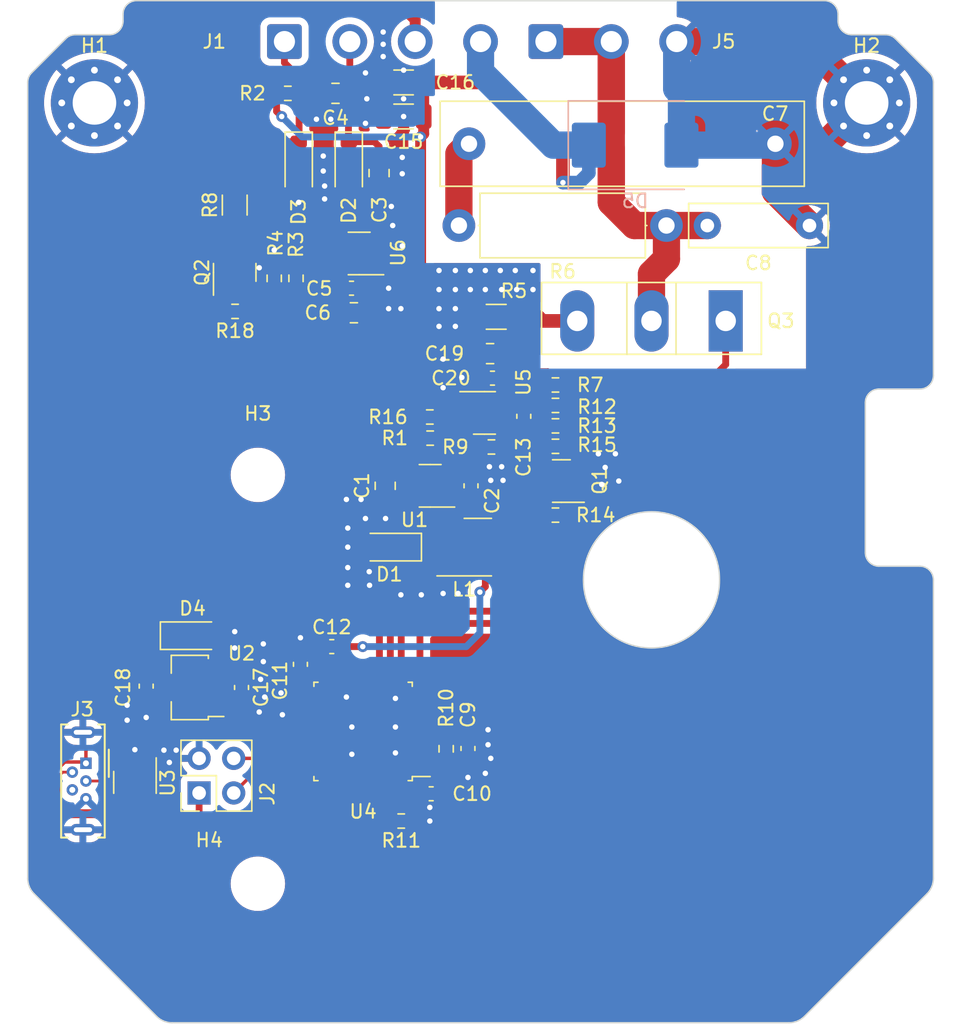
<source format=kicad_pcb>
(kicad_pcb (version 20221018) (generator pcbnew)
  (layers (0 "F.Cu" signal) (31 "B.Cu" signal) (34 "B.Paste" user) (35 "F.Paste" user) (36 "B.SilkS" user "B.Silkscreen") (37 "F.SilkS" user "F.Silkscreen") (38 "B.Mask" user) (39 "F.Mask" user) (44 "Edge.Cuts" user))
  (net 0 "")
  (net 1 "Net-(D1-K)")
  (net 2 "GND")
  (net 3 "Net-(U1-EN)")
  (net 4 "VCC")
  (net 5 "SpeedSignalMinus")
  (net 6 "SpeedSignalPlus")
  (net 7 "Ignition")
  (net 8 "Net-(U4-PG10)")
  (net 9 "+3V3")
  (net 10 "Net-(C13-Pad1)")
  (net 11 "Net-(U5--)")
  (net 12 "/SWCLK")
  (net 13 "/SWDIO")
  (net 14 "VBUS")
  (net 15 "/D-")
  (net 16 "/D+")
  (net 18 "USet")
  (net 19 "Net-(U4-PB8)")
  (net 20 "Net-(Q1-G)")
  (net 21 "Net-(U5-+)")
  (net 22 "/USB_DP")
  (net 23 "/USB_DM")
  (net 27 "Net-(Q1-D)")
  (net 38 "FuelRelay")
  (net 39 "RelayOutput")
  (net 40 "Tacho")
  (net 41 "Net-(C7-Pad2)")
  (net 42 "Net-(Q3-G)")
  (net 43 "Net-(Q3-S)")
  (net 44 "Net-(D4-A)")
  (net 45 "Net-(Q2-G)")
  (net 46 "Net-(Q2-D)")
  (net 47 "Net-(U6--)")
  (net 49 "FETOff")
  (footprint "Package_TO_SOT_SMD:SOT-23-5" (layer "F.Cu") (at 133.6375 102.75)
    (fp_text reference "U5")
    (fp_text value "OPA990")
  )
  (footprint "Capacitor_SMD:C_0603_1608Metric" (layer "F.Cu") (at 120.125 121.2 -90)
    (fp_text reference "C11")
    (fp_text value "100n")
  )
  (footprint "Connector_PinHeader_2.54mm:PinHeader_2x02_P2.54mm_Vertical" (layer "F.Cu") (at 112.685 130.64 90)
    (fp_text reference "J2")
    (fp_text value "SWD")
  )
  (footprint "Package_TO_SOT_SMD:SOT-23-5" (layer "F.Cu") (at 129.65 108.1 180)
    (fp_text reference "U1")
    (fp_text value "~")
  )
  (footprint "Capacitor_SMD:C_0603_1608Metric" (layer "F.Cu") (at 132.65 108.1 90)
    (fp_text reference "C2")
    (fp_text value "22u")
  )
  (footprint "Resistor_SMD:R_0603_1608Metric" (layer "F.Cu") (at 127.525 132.7 180)
    (fp_text reference "R11")
    (fp_text value "100k")
  )
  (footprint "MountingHole:MountingHole_3.5mm" (layer "F.Cu") (at 117 137.3)
    (fp_text reference "H4")
    (fp_text value "MountingHole")
  )
  (footprint "Connector_Wire:SolderWire-0.75sqmm_1x03_P4.8mm_D1.25mm_OD2.3mm" (layer "F.Cu") (at 138.15 75.5)
    (fp_text reference "J5")
    (fp_text value "Conn_01x03")
  )
  (footprint "Capacitor_SMD:C_0805_2012Metric" (layer "F.Cu") (at 125.9 85.15 -90)
    (fp_text reference "C3")
    (fp_text value "4.7u")
  )
  (footprint "Diode_SMD:D_SOD-123" (layer "F.Cu") (at 123.675 84.5 -90)
    (fp_text reference "D2")
    (fp_text value "DZ6V")
  )
  (footprint "Package_TO_SOT_THT:TO-247-3_Vertical" (layer "F.Cu") (at 151.35 96 180)
    (fp_text reference "Q3")
    (fp_text value "MSC090SMA070B")
  )
  (footprint "Package_TO_SOT_SMD:SOT-89-3" (layer "F.Cu") (at 112 122.9 180)
    (fp_text reference "U2")
    (fp_text value "AP2204RA-3.3")
  )
  (footprint "Package_TO_SOT_SMD:SOT-23-6" (layer "F.Cu") (at 107.975 129.8625 -90)
    (fp_text reference "U3")
    (fp_text value "USBLC6-2SC6")
  )
  (footprint "Capacitor_SMD:C_0603_1608Metric" (layer "F.Cu") (at 122.425 119.9)
    (fp_text reference "C12")
    (fp_text value "100n")
  )
  (footprint "Capacitor_SMD:C_1206_3216Metric" (layer "F.Cu") (at 127.7 78.5 180)
    (fp_text reference "C16")
    (fp_text value "4.7u")
  )
  (footprint "Capacitor_SMD:C_0805_2012Metric" (layer "F.Cu") (at 134.05 98.4 180)
    (fp_text reference "C19")
    (fp_text value "4.7u")
  )
  (footprint "Diode_SMD:D_SMF" (layer "F.Cu") (at 126.65 112.6 180)
    (fp_text reference "D1")
    (fp_text value "1A/60V")
  )
  (footprint "Resistor_SMD:R_0603_1608Metric" (layer "F.Cu") (at 138.85 105.2)
    (fp_text reference "R15")
    (fp_text value "0")
  )
  (footprint "Capacitor_SMD:C_0603_1608Metric" (layer "F.Cu") (at 123.875 93.6)
    (fp_text reference "C5")
    (fp_text value "100n")
  )
  (footprint "Capacitor_THT:C_Rect_L10.0mm_W3.0mm_P7.50mm_MKS4" (layer "F.Cu") (at 157.5 89 180)
    (fp_text reference "C8")
    (fp_text value "10n")
  )
  (footprint "Resistor_SMD:R_0603_1608Metric" (layer "F.Cu") (at 118.2 92.875 90)
    (fp_text reference "R4")
    (fp_text value "10k")
  )
  (footprint "MountingHole:MountingHole_3.2mm_M3_Pad_Via" (layer "F.Cu") (at 105 80)
    (fp_text reference "H1")
    (fp_text value "MountingHole_Pad")
  )
  (footprint "Resistor_SMD:R_0603_1608Metric" (layer "F.Cu") (at 138.85 102.2 180)
    (fp_text reference "R12")
    (fp_text value "100k")
  )
  (footprint "MountingHole:MountingHole_3.5mm" (layer "F.Cu") (at 117 107.3)
    (fp_text reference "H3")
    (fp_text value "MountingHole")
  )
  (footprint "Resistor_SMD:R_0603_1608Metric" (layer "F.Cu") (at 129.625 103.05 180)
    (fp_text reference "R16")
    (fp_text value "1k")
  )
  (footprint "Resistor_SMD:R_0603_1608Metric" (layer "F.Cu") (at 129.65 104.6)
    (fp_text reference "R1")
    (fp_text value "1M")
  )
  (footprint "Capacitor_SMD:C_0805_2012Metric" (layer "F.Cu") (at 124.05 95.4)
    (fp_text reference "C6")
    (fp_text value "4.7u")
  )
  (footprint "Resistor_SMD:R_0603_1608Metric" (layer "F.Cu") (at 138.85 103.7 180)
    (fp_text reference "R13")
    (fp_text value "100k")
  )
  (footprint "Connector_USB:USB_Micro-B_Wuerth_614105150721_Vertical" (layer "F.Cu") (at 104.375 128.4625 -90)
    (fp_text reference "J3")
    (fp_text value "USB_B_Micro")
  )
  (footprint "Capacitor_SMD:C_0603_1608Metric" (layer "F.Cu") (at 134.225 100.2 180)
    (fp_text reference "C20")
    (fp_text value "100n")
  )
  (footprint "Resistor_THT:R_Axial_DIN0414_L11.9mm_D4.5mm_P15.24mm_Horizontal" (layer "F.Cu") (at 147 89 180)
    (fp_text reference "R6")
    (fp_text value "3.9")
  )
  (footprint "Diode_SMD:D_SOD-123" (layer "F.Cu") (at 120 84.5 -90)
    (fp_text reference "D3")
    (fp_text value "DZ12V")
  )
  (footprint "Resistor_SMD:R_0603_1608Metric" (layer "F.Cu") (at 119.8 92.875 -90)
    (fp_text reference "R3")
    (fp_text value "40k")
  )
  (footprint "Resistor_SMD:R_0603_1608Metric" (layer "F.Cu") (at 138.85 100.7)
    (fp_text reference "R7")
    (fp_text value "120")
  )
  (footprint "Connector_Wire:SolderWire-0.75sqmm_1x04_P4.8mm_D1.25mm_OD2.3mm" (layer "F.Cu") (at 118.95 75.5)
    (fp_text reference "J1")
    (fp_text value "Conn_01x04")
  )
  (footprint "Diode_SMD:D_SMF" (layer "F.Cu") (at 112.2 119.1)
    (fp_text reference "D4")
    (fp_text value "1A/60V")
  )
  (footprint "Resistor_SMD:R_0603_1608Metric" (layer "F.Cu") (at 130.825 127.4 90)
    (fp_text reference "R10")
    (fp_text value "100k")
  )
  (footprint "Capacitor_SMD:C_0603_1608Metric" (layer "F.Cu") (at 129.725 130.7)
    (fp_text reference "C10")
    (fp_text value "100n")
  )
  (footprint "Package_QFP:LQFP-32_7x7mm_P0.8mm" (layer "F.Cu") (at 124.725 126.125 180)
    (fp_text reference "U4")
    (fp_text value "STM32G431K8Tx")
  )
  (footprint "Resistor_SMD:R_0603_1608Metric" (layer "F.Cu") (at 134.15 105.25)
    (fp_text reference "R9")
    (fp_text value "1k")
  )
  (footprint "Package_TO_SOT_SMD:SOT-23-5" (layer "F.Cu") (at 124.4375 91.05 180)
    (fp_text reference "U6")
    (fp_text value "OPA990")
  )
  (footprint "Resistor_SMD:R_0603_1608Metric" (layer "F.Cu") (at 138.85 110.25)
    (fp_text reference "R14")
    (fp_text value "120")
  )
  (footprint "Capacitor_SMD:C_0603_1608Metric" (layer "F.Cu") (at 108.8 122.8 -90)
    (fp_text reference "C18")
    (fp_text value "1u")
  )
  (footprint "Inductor_SMD_Wurth:L_Wurth_WE-LQSH-4020" (layer "F.Cu") (at 132.15 112.6)
    (fp_text reference "L1")
    (fp_text value "15u")
  )
  (footprint "Capacitor_SMD:C_0805_2012Metric" (layer "F.Cu") (at 122.7 79.3 180)
    (fp_text reference "C4")
    (fp_text value "4.7u")
  )
  (footprint "Capacitor_THT:C_Rect_L26.5mm_W6.0mm_P22.50mm_MKS4" (layer "F.Cu") (at 155 83 180)
    (fp_text reference "C7")
    (fp_text value "150n")
  )
  (footprint "Capacitor_SMD:C_1206_3216Metric" (layer "F.Cu") (at 127.7 81 180)
    (fp_text reference "C15")
    (fp_text value "4.7u")
  )
  (footprint "Resistor_SMD:R_0603_1608Metric" (layer "F.Cu") (at 115.325 95.3 180)
    (fp_text reference "R18")
    (fp_text value "120")
  )
  (footprint "Resistor_SMD:R_0603_1608Metric" (layer "F.Cu") (at 119.2 79.3)
    (fp_text reference "R2")
    (fp_text value "10k")
  )
  (footprint "Capacitor_SMD:C_0603_1608Metric" (layer "F.Cu") (at 132.425 127.375 90)
    (fp_text reference "C9")
    (fp_text value "100n")
  )
  (footprint "MountingHole:MountingHole_3.2mm_M3_Pad_Via" (layer "F.Cu") (at 161.7 80)
    (fp_text reference "H2")
    (fp_text value "MountingHole_Pad")
  )
  (footprint "Capacitor_SMD:C_0603_1608Metric" (layer "F.Cu") (at 115.8 122.9 -90)
    (fp_text reference "C17")
    (fp_text value "2.2u")
  )
  (footprint "Package_TO_SOT_SMD:SOT-23" (layer "F.Cu") (at 115.3 92.4375 90)
    (fp_text reference "Q2")
    (fp_text value "DMN6140L")
  )
  (footprint "Capacitor_SMD:C_0603_1608Metric" (layer "F.Cu") (at 136.525 103 -90)
    (fp_text reference "C13")
    (fp_text value "100p")
  )
  (footprint "Package_TO_SOT_SMD:SOT-23" (layer "F.Cu") (at 139.2875 107.75 180)
    (fp_text reference "Q1")
    (fp_text value "DMN6140L")
  )
  (footprint "Resistor_SMD:R_1206_3216Metric" (layer "F.Cu") (at 115.3 87.5 90)
    (fp_text reference "R8")
    (fp_text value "680")
  )
  (footprint "Capacitor_SMD:C_0805_2012Metric" (layer "F.Cu") (at 126.35 108.1 -90)
    (fp_text reference "C1")
    (fp_text value "4.7u")
  )
  (footprint "Resistor_SMD:R_1206_3216Metric" (layer "F.Cu") (at 134.5 95.7 180)
    (fp_text reference "R5")
    (fp_text value "20m")
  )
  (footprint "Diode_SMD:D_SMC" (layer "B.Cu") (at 144.7 83.1)
    (fp_text reference "D5")
    (fp_text value "D_Zener")
  )
  (gr_arc (start 161.6 102) (mid 161.892893 101.292893) (end 162.6 101) (stroke (width 0.1)) (layer "Edge.Cuts"))
  (gr_line (start 106.1 75) (end 103.6 75) (stroke (width 0.1)) (layer "Edge.Cuts"))
  (gr_line (start 166.6 115) (end 166.6 136.9) (stroke (width 0.1)) (layer "Edge.Cuts"))
  (gr_arc (start 160.6 75) (mid 159.892893 74.707107) (end 159.6 74) (stroke (width 0.1)) (layer "Edge.Cuts"))
  (gr_line (start 100.1 78.5) (end 100.1 136.9) (stroke (width 0.1)) (layer "Edge.Cuts"))
  (gr_line (start 159.6 73.5) (end 159.6 74) (stroke (width 0.1)) (layer "Edge.Cuts"))
  (gr_arc (start 166.6 100) (mid 166.307107 100.707107) (end 165.6 101) (stroke (width 0.1)) (layer "Edge.Cuts"))
  (gr_line (start 102.892893 75.292893) (end 100.392893 77.792893) (stroke (width 0.1)) (layer "Edge.Cuts"))
  (gr_line (start 109.568629 147.031371) (end 100.568629 138.031371) (stroke (width 0.1)) (layer "Edge.Cuts"))
  (gr_arc (start 157.131371 147.031371) (mid 156.612294 147.378207) (end 156 147.5) (stroke (width 0.1)) (layer "Edge.Cuts"))
  (gr_arc (start 166.6 136.9) (mid 166.478207 137.512293) (end 166.131371 138.031371) (stroke (width 0.1)) (layer "Edge.Cuts"))
  (gr_arc (start 107.1 74) (mid 106.807107 74.707107) (end 106.1 75) (stroke (width 0.1)) (layer "Edge.Cuts"))
  (gr_arc (start 165.6 114) (mid 166.307107 114.292893) (end 166.6 115) (stroke (width 0.1)) (layer "Edge.Cuts"))
  (gr_arc (start 158.6 72.5) (mid 159.307107 72.792893) (end 159.6 73.5) (stroke (width 0.1)) (layer "Edge.Cuts"))
  (gr_arc (start 110.7 147.5) (mid 110.087707 147.378207) (end 109.568629 147.031371) (stroke (width 0.1)) (layer "Edge.Cuts"))
  (gr_line (start 160.6 75) (end 163.1 75) (stroke (width 0.1)) (layer "Edge.Cuts"))
  (gr_arc (start 100.1 78.5) (mid 100.17612 78.117316) (end 100.392893 77.792893) (stroke (width 0.1)) (layer "Edge.Cuts"))
  (gr_arc (start 100.568629 138.031371) (mid 100.221793 137.512294) (end 100.1 136.9) (stroke (width 0.1)) (layer "Edge.Cuts"))
  (gr_line (start 162.6 114) (end 165.6 114) (stroke (width 0.1)) (layer "Edge.Cuts"))
  (gr_line (start 108.1 72.5) (end 158.6 72.5) (stroke (width 0.1)) (layer "Edge.Cuts"))
  (gr_arc (start 107.1 73.5) (mid 107.392893 72.792893) (end 108.1 72.5) (stroke (width 0.1)) (layer "Edge.Cuts"))
  (gr_line (start 163.807107 75.292893) (end 166.307107 77.792893) (stroke (width 0.1)) (layer "Edge.Cuts"))
  (gr_arc (start 162.6 114) (mid 161.892893 113.707107) (end 161.6 113) (stroke (width 0.1)) (layer "Edge.Cuts"))
  (gr_line (start 110.7 147.5) (end 156 147.5) (stroke (width 0.1)) (layer "Edge.Cuts"))
  (gr_line (start 107.1 73.5) (end 107.1 74) (stroke (width 0.1)) (layer "Edge.Cuts"))
  (gr_line (start 161.6 102) (end 161.6 113) (stroke (width 0.1)) (layer "Edge.Cuts"))
  (gr_arc (start 163.1 75) (mid 163.482683 75.07612) (end 163.807107 75.292893) (stroke (width 0.1)) (layer "Edge.Cuts"))
  (gr_circle (center 145.9 115) (end 150.9 115) (stroke (width 0.1)) (fill none) (layer "Edge.Cuts"))
  (gr_arc (start 102.892893 75.292893) (mid 103.217316 75.07612) (end 103.6 75) (stroke (width 0.1)) (layer "Edge.Cuts"))
  (gr_arc (start 166.307107 77.792893) (mid 166.52388 78.117316) (end 166.6 78.5) (stroke (width 0.1)) (layer "Edge.Cuts"))
  (gr_line (start 166.6 100) (end 166.6 78.5) (stroke (width 0.1)) (layer "Edge.Cuts"))
  (gr_line (start 157.131371 147.031371) (end 166.131371 138.031371) (stroke (width 0.1)) (layer "Edge.Cuts"))
  (gr_line (start 165.6 101) (end 162.6 101) (stroke (width 0.1)) (layer "Edge.Cuts"))
  (segment (start 128.5125 110.5625) (end 128.5125 109.05) (width 0.25) (layer "F.Cu") (net 1))
  (segment (start 128.1 112.6) (end 130.6 112.6) (width 0.25) (layer "F.Cu") (net 1))
  (segment (start 128.1 112.6) (end 128.1 110.975) (width 0.25) (layer "F.Cu") (net 1))
  (segment (start 128.1 110.975) (end 128.5125 110.5625) (width 0.25) (layer "F.Cu") (net 1))
  (segment (start 128.35 131.825) (end 128.225 131.7) (width 0.25) (layer "F.Cu") (net 2))
  (segment (start 132.5 98.4) (end 133.1 98.4) (width 0.5) (layer "F.Cu") (net 2))
  (segment (start 117.05 92.05) (end 116.65 92.05) (width 0.5) (layer "F.Cu") (net 2))
  (segment (start 127.3 86.1) (end 125.9 86.1) (width 0.5) (layer "F.Cu") (net 2))
  (segment (start 155 86.5) (end 157.5 89) (width 2) (layer "F.Cu") (net 2))
  (segment (start 126.375 109.025) (end 126.35 109.05) (width 0.25) (layer "F.Cu") (net 2))
  (segment (start 121.65 119.9) (end 120.7755 119.9) (width 0.25) (layer "F.Cu") (net 2))
  (segment (start 155 83) (end 158.7 83) (width 2) (layer "F.Cu") (net 2))
  (segment (start 120.925 119.9) (end 121.65 119.9) (width 0.25) (layer "F.Cu") (net 2))
  (segment (start 155 78.475) (end 155 83) (width 2) (layer "F.Cu") (net 2))
  (segment (start 127.6 92.9) (end 127.6 90.5) (width 0.5) (layer "F.Cu") (net 2))
  (segment (start 133.0375 95.7) (end 130.9 95.7) (width 1) (layer "F.Cu") (net 2))
  (segment (start 109 124.4) (end 108.8 124.2) (width 0.25) (layer "F.Cu") (net 2))
  (segment (start 147.75 75.5) (end 149.6 75.5) (width 2) (layer "F.Cu") (net 2))
  (segment (start 130.975 99.05) (end 131.375 98.65) (width 0.5) (layer "F.Cu") (net 2))
  (segment (start 120.125 120.425) (end 120.4 120.425) (width 0.25) (layer "F.Cu") (net 2))
  (segment (start 125.2 111.775) (end 126.35 110.625) (width 0.25) (layer "F.Cu") (net 2))
  (segment (start 115.8 124.3) (end 115.7 124.4) (width 0.25) (layer "F.Cu") (net 2))
  (segment (start 131.95 107.325) (end 132.65 107.325) (width 0.25) (layer "F.Cu") (net 2))
  (segment (start 116.65 92.05) (end 116.25 92.45) (width 0.5) (layer "F.Cu") (net 2))
  (segment (start 117.1 92.1) (end 117.05 92.05) (width 0.5) (layer "F.Cu") (net 2))
  (segment (start 131.375 100.15) (end 131.975 100.15) (width 0.5) (layer "F.Cu") (net 2))
  (segment (start 128.35 132.7) (end 128.35 131.825) (width 0.25) (layer "F.Cu") (net 2))
  (segment (start 127.525 130.3) (end 127.825 130.3) (width 0.25) (layer "F.Cu") (net 2))
  (segment (start 127.6 87.8) (end 127.6 85.8) (width 0.5) (layer "F.Cu") (net 2))
  (segment (start 121.925 120.9) (end 121.925 121.95) (width 0.25) (layer "F.Cu") (net 2))
  (segment (start 107.975 127.469701) (end 107.967299 127.462) (width 0.25) (layer "F.Cu") (net 2))
  (segment (start 128.225 130.7) (end 128.95 130.7) (width 0.25) (layer "F.Cu") (net 2))
  (segment (start 118.2 92.05) (end 117.15 92.05) (width 0.5) (layer "F.Cu") (net 2))
  (segment (start 149.6 75.5) (end 157.2 75.5) (width 2) (layer "F.Cu") (net 2))
  (segment (start 127.6 85.8) (end 127.3 86.1) (width 0.5) (layer "F.Cu") (net 2))
  (segment (start 130.969975 102.030025) (end 130.6 101.66005) (width 0.5) (layer "F.Cu") (net 2))
  (segment (start 127.6 85.2) (end 127.6 85.8) (width 0.5) (layer "F.Cu") (net 2))
  (segment (start 127.825 130.3) (end 128.225 130.7) (width 0.25) (layer "F.Cu") (net 2))
  (segment (start 131.68995 102.75) (end 130.969975 102.030025) (width 0.5) (layer "F.Cu") (net 2))
  (segment (start 155 83) (end 155 86.5) (width 2) (layer "F.Cu") (net 2))
  (segment (start 130.975 100.55) (end 131.375 100.15) (width 0.5) (layer "F.Cu") (net 2))
  (segment (start 157.2 75.5) (end 161.7 80) (width 2) (layer "F.Cu") (net 2))
  (segment (start 133.0375 92.7375) (end 132.6 92.3) (width 1) (layer "F.Cu") (net 2))
  (segment (start 121.95 86.15) (end 123.675 86.15) (width 0.5) (layer "F.Cu") (net 2))
  (segment (start 126.35 110.625) (end 126.35 110.525) (width 0.25) (layer "F.Cu") (net 2))
  (segment (start 126.9 93.6) (end 127.6 92.9) (width 0.5) (layer "F.Cu") (net 2))
  (segment (start 121.65 119.9) (end 121.65 120.625) (width 0.25) (layer "F.Cu") (net 2))
  (segment (start 130.6 98.8) (end 130.975 99.05) (width 0.5) (layer "F.Cu") (net 2))
  (segment (start 133.0375 95.7) (end 133.0375 92.7375) (width 1) (layer "F.Cu") (net 2))
  (segment (start 126.375 110.5) (end 126.35 110.475) (width 0.25) (layer "F.Cu") (net 2))
  (segment (start 131.775 107.5) (end 131.775 107.9) (width 0.25) (layer "F.Cu") (net 2))
  (segment (start 123.675 86.15) (end 125.85 86.15) (width 0.5) (layer "F.Cu") (net 2))
  (segment (start 132.025 100.2) (end 131.975 100.15) (width 0.5) (layer "F.Cu") (net 2))
  (segment (start 128.35 132.7) (end 129.625 132.7) (width 0.25) (layer "F.Cu") (net 2))
  (segment (start 125.575 91.05) (end 126.95 91.05) (width 0.5) (layer "F.Cu") (net 2))
  (segment (start 126.375 108.3) (end 126.375 109.025) (width 0.25) (layer "F.Cu") (net 2))
  (segment (start 130.73995 101.8) (end 130.969975 102.030025) (width 0.5) (layer "F.Cu") (net 2))
  (segment (start 128.8 102.15) (end 129.15 101.8) (width 0.5) (layer "F.Cu") (net 2))
  (segment (start 127.525 131.4) (end 127.525 130.3) (width 0.25) (layer "F.Cu") (net 2))
  (segment (start 121.65 120.625) (end 121.925 120.9) (width 0.25) (layer "F.Cu") (net 2))
  (segment (start 152.025 75.5) (end 155 78.475) (width 2) (layer "F.Cu") (net 2))
  (segment (start 115.7 124.4) (end 113.95 124.4) (width 0.25) (layer "F.Cu") (net 2))
  (segment (start 158.7 83) (end 161.7 80) (width 2) (layer "F.Cu") (net 2))
  (segment (start 126.575 108.1) (end 126.375 108.3) (width 0.25) (layer "F.Cu") (net 2))
  (segment (start 107.975 128.725) (end 107.975 127.469701) (width 0.25) (layer "F.Cu") (net 2))
  (segment (start 113.95 124.4) (end 109 124.4) (width 0.25) (layer "F.Cu") (net 2))
  (segment (start 128.95 130.7) (end 128.95 131.525) (width 0.25) (layer "F.Cu") (net 2))
  (segment (start 132.425 128.15) (end 132.425 129.5) (width 0.25) (layer "F.Cu") (net 2))
  (segment (start 126.6 93.6) (end 126.9 93.6) (width 0.5) (layer "F.Cu") (net 2))
  (segment (start 126.35 110.475) (end 126.35 109.05) (width 0.25) (layer "F.Cu") (net 2))
  (segment (start 129.15 101.8) (end 130.73995 101.8) (width 0.5) (layer "F.Cu") (net 2))
  (segment (start 126.95 91.05) (end 127.6 90.4) (width 0.5) (layer "F.Cu") (net 2))
  (segment (start 130.6 101.66005) (end 130.6 100.9) (width 0.5) (layer "F.Cu") (net 2))
  (segment (start 132.5 102.75) (end 131.68995 102.75) (width 0.5) (layer "F.Cu") (net 2))
  (segment (start 149.6 75.5) (end 152.025 75.5) (width 2) (layer "F.Cu") (net 2))
  (segment (start 121.9 86.1) (end 121.95 86.15) (width 0.5) (layer "F.Cu") (net 2))
  (segment (start 108.8 124.2) (end 108.8 123.575) (width 0.25) (layer "F.Cu") (net 2))
  (segment (start 118.2 92.05) (end 118.2 90.8) (width 0.5) (layer "F.Cu") (net 2))
  (segment (start 131.95 107.325) (end 131.775 107.5) (width 0.25) (layer "F.Cu") (net 2))
  (segment (start 120.7755 119.9) (end 120.125 119.2495) (width 0.25) (layer "F.Cu") (net 2))
  (segment (start 126.575 108.1) (end 130.7875 108.1) (width 0.25) (layer "F.Cu") (net 2))
  (segment (start 127.6 90.1) (end 127.6 87.8) (width 0.5) (layer "F.Cu") (net 2))
  (segment (start 120 86.15) (end 121.85 86.15) (width 0.5) (layer "F.Cu") (net 2))
  (segment (start 127.825 131.7) (end 127.525 131.4) (width 0.25) (layer "F.Cu") (net 2))
  (segment (start 120.125 120.425) (end 120.125 119.2495) (width 0.25) (layer "F.Cu") (net 2))
  (segment (start 131.375 98.65) (end 132.25 98.65) (width 0.5) (layer "F.Cu") (net 2))
  (segment (start 130.975 100.55) (end 130.975 99.05) (width 0.5) (layer "F.Cu") (net 2))
  (segment (start 128.225 131.7) (end 127.825 131.7) (width 0.25) (layer "F.Cu") (net 2))
  (segment (start 115.8 123.675) (end 115.8 124.3) (width 0.25) (layer "F.Cu") (net 2))
  (segment (start 125.85 86.15) (end 125.9 86.1) (width 0.5) (layer "F.Cu") (net 2))
  (segment (start 116.25 92.45) (end 116.25 93.375) (width 0.5) (layer "F.Cu") (net 2))
  (segment (start 117.15 92.05) (end 117.1 92.1) (width 0.5) (layer "F.Cu") (net 2))
  (segment (start 123.525 121.95) (end 123.525 123.575) (width 0.25) (layer "F.Cu") (net 2))
  (segment (start 127.6 90.4) (end 127.6 90.1) (width 0.5) (layer "F.Cu") (net 2))
  (segment (start 125.2 112.6) (end 125.2 111.775) (width 0.25) (layer "F.Cu") (net 2))
  (segment (start 129.125 131.7) (end 129.625 131.7) (width 0.25) (layer "F.Cu") (net 2))
  (segment (start 132.25 98.65) (end 132.5 98.4) (width 0.5) (layer "F.Cu") (net 2))
  (segment (start 130.7875 108.1) (end 131.575 108.1) (width 0.25) (layer "F.Cu") (net 2))
  (segment (start 127.6 90.5) (end 127.6 90.1) (width 0.5) (layer "F.Cu") (net 2))
  (segment (start 127.6 84) (end 127.6 85.2) (width 0.5) (layer "F.Cu") (net 2))
  (segment (start 120.1 87.4) (end 120 87.3) (width 0.5) (layer "F.Cu") (net 2))
  (segment (start 123.525 123.575) (end 123.5 123.6) (width 0.25) (layer "F.Cu") (net 2))
  (segment (start 108.8 123.575) (end 108.8 125.1) (width 0.5) (layer "F.Cu") (net 2))
  (segment (start 120 86.15) (end 120 87.3) (width 0.5) (layer "F.Cu") (net 2))
  (segment (start 128.95 131.525) (end 129.125 131.7) (width 0.25) (layer "F.Cu") (net 2))
  (segment (start 121.85 86.15) (end 121.9 86.1) (width 0.5) (layer "F.Cu") (net 2))
  (segment (start 131.775 107.9) (end 131.575 108.1) (width 0.25) (layer "F.Cu") (net 2))
  (segment (start 126.35 110.525) (end 126.375 110.5) (width 0.25) (layer "F.Cu") (net 2))
  (segment (start 128.8 103.05) (end 128.8 102.15) (width 0.5) (layer "F.Cu") (net 2))
  (via (at 131.5 92.3) (size 0.8) (drill 0.4) (layers "F.Cu" "B.Cu") (net 2))
  (via (at 129.625 131.7) (size 0.8) (drill 0.4) (layers "F.Cu" "B.Cu") (net 2))
  (via (at 130.3 95.1) (size 0.8) (drill 0.4) (layers "F.Cu" "B.Cu") (net 2))
  (via (at 131.5 96.4) (size 0.8) (drill 0.4) (layers "F.Cu" "B.Cu") (net 2))
  (via (at 142.25 108) (size 0.8) (drill 0.4) (layers "F.Cu" "B.Cu") (net 2))
  (via (at 118.7 123.3) (size 0.8) (drill 0.4) (layers "F.Cu" "B.Cu") (net 2))
  (via (at 117.1 92.1) (size 0.8) (drill 0.4) (layers "F.Cu" "B.Cu") (net 2))
  (via (at 127.1 123.7) (size 0.8) (drill 0.4) (layers "F.Cu" "B.Cu") (net 2))
  (via (at 127.6 85.2) (size 0.8) (drill 0.4) (layers "F.Cu" "B.Cu") (net 2))
  (via (at 124.9 77.8) (size 0.8) (drill 0.4) (layers "F.Cu" "B.Cu") (net 2))
  (via (at 111 127.5) (size 0.8) (drill 0.4) (layers "F.Cu" "B.Cu") (net 2))
  (via (at 126.6 93.6) (size 0.8) (drill 0.4) (layers "F.Cu" "B.Cu") (net 2))
  (via (at 126.2 74.8) (size 0.8) (drill 0.4) (layers "F.Cu" "B.Cu") (net 2))
  (via (at 124.575 109.1) (size 0.8) (drill 0.4) (layers "F.Cu" "B.Cu") (net 2))
  (via (at 117.4 121) (size 0.8) (drill 0.4) (layers "F.Cu" "B.Cu") (net 2))
  (via (at 120 87.3) (size 0.8) (drill 0.4) (layers "F.Cu" "B.Cu") (net 2))
  (via (at 126.8 87.6) (size 0.8) (drill 0.4) (layers "F.Cu" "B.Cu") (net 2))
  (via (at 120.125 119.2495) (size 0.8) (drill 0.4) (layers "F.Cu" "B.Cu") (net 2))
  (via (at 143.25 105.75) (size 0.8) (drill 0.4) (layers "F.Cu" "B.Cu") (net 2))
  (via (at 132.6 93.7) (size 0.8) (drill 0.4) (layers "F.Cu" "B.Cu") (net 2))
  (via (at 134.8 92.3) (size 0.8) (drill 0.4) (layers "F.Cu" "B.Cu") (net 2))
  (via (at 135.9 92.3) (size 0.8) (drill 0.4) (layers "F.Cu" "B.Cu") (net 2))
  (via (at 137.2 93.7) (size 0.8) (drill 0.4) (layers "F.Cu" "B.Cu") (net 2))
  (via (at 142 105.75) (size 0.8) (drill 0.4) (layers "F.Cu" "B.Cu") (net 2))
  (via (at 121.3 81.2) (size 0.8) (drill 0.4) (layers "F.Cu" "B.Cu") (net 2))
  (via (at 135 107.7) (size 0.8) (drill 0.4) (layers "F.Cu" "B.Cu") (net 2))
  (via (at 127.6 84) (size 0.8) (drill 0.4) (layers "F.Cu" "B.Cu") (net 2))
  (via (at 130.3 92.3) (size 0.8) (drill 0.4) (layers "F.Cu" "B.Cu") (net 2))
  (via (at 110.5 128.4) (size 0.8) (drill 0.4) (layers "F.Cu" "B.Cu") (net 2))
  (via (at 127.6 90.5) (size 0.8) (drill 0.4) (layers "F.Cu" "B.Cu") (net 2))
  (via (at 121.9 86.1) (size 0.8) (drill 0.4) (layers "F.Cu" "B.Cu") (net 2))
  (via (at 117.5 123.6) (size 0.8) (drill 0.4) (layers "F.Cu" "B.Cu") (net 2))
  (via (at 117.4 119.7) (size 0.8) (drill 0.4) (layers "F.Cu" "B.Cu") (net 2))
  (via (at 125.175 114.4) (size 0.8) (drill 0.4) (layers "F.Cu" "B.Cu") (net 2))
  (via (at 129.625 132.7) (size 0.8) (drill 0.4) (layers "F.Cu" "B.Cu") (net 2))
  (via (at 133.9 127.1) (size 0.8) (drill 0.4) (layers "F.Cu" "B.Cu") (net 2))
  (via (at 126.2 75.7) (size 0.8) (drill 0.4) (layers "F.Cu" "B.Cu") (net 2))
  (via (at 136 93.7) (size 0.8) (drill 0.4) (layers "F.Cu" "B.Cu") (net 2))
  (via (at 110.1 127.5) (size 0.8) (drill 0.4) (layers "F.Cu" "B.Cu") (net 2))
  (via (at 133.7 93.7) (size 0.8) (drill 0.4) (layers "F.Cu" "B.Cu") (net 2))
  (via (at 124.9 110.5) (size 0.8) (drill 0.4) (layers "F.Cu" "B.Cu") (net 2))
  (via (at 123.5 123.6) (size 0.8) (drill 0.4) (layers "F.Cu" "B.Cu") (net 2))
  (via (at 118.2 90.8) (size 0.8) (drill 0.4) (layers "F.Cu" "B.Cu") (net 2))
  (via (at 123.6 115.4) (size 0.8) (drill 0.4) (layers "F.Cu" "B.Cu") (net 2))
  (via (at 143.5 107.75) (size 0.8) (drill 0.4) (layers "F.Cu" "B.Cu") (net 2))
  (via (at 127.7 79.7) (size 0.8) (drill 0.4) (layers "F.Cu" "B.Cu") (net 2))
  (via (at 142.5 106.75) (size 0.8) (drill 0.4) (layers "F.Cu" "B.Cu") (net 2))
  (via (at 126.375 110.5) (size 0.8) (drill 0.4) (layers "F.Cu" "B.Cu") (net 2))
  (via (at 132.425 129.5) (size 0.8) (drill 0.4) (layers "F.Cu" "B.Cu") (net 2))
  (via (at 108.8 125.1) (size 0.8) (drill 0.4) (layers "F.Cu" "B.Cu") (net 2))
  (via (at 130.6 98.8) (size 0.8) (drill 0.4) (layers "F.Cu" "B.Cu") (net 2))
  (via (at 107.4 124.2) (size 0.8) (drill 0.4) (layers "F.Cu" "B.Cu") (net 2))
  (via (at 127.1 125.8) (size 0.8) (drill 0.4) (layers "F.Cu" "B.Cu") (net 2))
  (via (at 130.6 116) (size 0.8) (drill 0.4) (layers "F.Cu" "B.Cu") (net 2))
  (via (at 121.8 85) (size 0.8) (drill 0.4) (layers "F.Cu" "B.Cu") (net 2))
  (via (at 122.35 81.2) (size 0.8) (drill 0.4) (layers "F.Cu" "B.Cu") (net 2))
  (via (at 134.1 128.1) (size 0.8) (drill 0.4) (layers "F.Cu" "B.Cu") (net 2))
  (via (at 127.7 77.6) (size 0.8) (drill 0.4) (layers "F.Cu" "B.Cu") (net 2))
  (via (at 107.4 125.3) (size 0.8) (drill 0.4) (layers "F.Cu" "B.Cu") (net 2))
  (via (at 123.5 109.1) (size 0.8) (drill 0.4) (layers "F.Cu" "B.Cu") (net 2))
  (via (at 131.7 116) (size 0.8) (drill 0.4) (layers "F.Cu" "B.Cu") (net 2))
  (via (at 125 79.7) (size 0.8) (drill 0.4) (layers "F.Cu" "B.Cu") (net 2))
  (via (at 134.1 107.7) (size 0.8) (drill 0.4) (layers "F.Cu" "B.Cu") (net 2))
  (via (at 123.6 114.1) (size 0.8) (drill 0.4) (layers "F.Cu" "B.Cu") (net 2))
  (via (at 127.1 127.7) (size 0.8) (drill 0.4) (layers "F.Cu" "B.Cu") (net 2))
  (via (at 127.5 95.1) (size 0.8) (drill 0.4) (layers "F.Cu" "B.Cu") (net 2))
  (via (at 131.975 100.15) (size 0.8) (drill 0.4) (layers "F.Cu" "B.Cu") (net 2))
  (via (at 118.8 124.9) (size 0.8) (drill 0.4) (layers "F.Cu" "B.Cu") (net 2))
  (via (at 123.9 127.8) (size 0.8) (drill 0.4) (layers "F.Cu" "B.Cu") (net 2))
  (via (at 130.6 100.9) (size 0.8) (drill 0.4) (layers "F.Cu" "B.Cu") (net 2))
  (via (at 134.9 106.7) (size 0.8) (drill 0.4) (layers "F.Cu" "B.Cu") (net 2))
  (via (at 131.5 93.7) (size 0.8) (drill 0.4) (layers "F.Cu" "B.Cu") (net 2))
  (via (at 126.9 89) (size 0.8) (drill 0.4) (layers "F.Cu" "B.Cu") (net 2))
  (via (at 107.967299 127.462) (size 0.8) (drill 0.4) (layers "F.Cu" "B.Cu") (net 2))
  (via (at 126.2 76.6) (size 0.8) (drill 0.4) (layers "F.Cu" "B.Cu") (net 2))
  (via (at 133.7 92.3) (size 0.8) (drill 0.4) (layers "F.Cu" "B.Cu") (net 2))
  (via (at 132.6 92.3) (size 0.8) (drill 0.4) (layers "F.Cu" "B.Cu") (net 2))
  (via (at 121.8 83.9) (size 0.8) (drill 0.4) (layers "F.Cu" "B.Cu") (net 2))
  (via (at 126.6 95.1) (size 0.8) (drill 0.4) (layers "F.Cu" "B.Cu") (net 2))
  (via (at 115.3 120) (size 0.8) (drill 0.4) (layers "F.Cu" "B.Cu") (net 2))
  (via (at 130.3 96.4) (size 0.8) (drill 0.4) (layers "F.Cu" "B.Cu") (net 2))
  (via (at 133.7 129.2) (size 0.8) (drill 0.4) (layers "F.Cu" "B.Cu") (net 2))
  (via (at 117.2 122.3) (size 0.8) (drill 0.4) (layers "F.Cu" "B.Cu") (net 2))
  (via (at 134 106.7) (size 0.8) (drill 0.4) (layers "F.Cu" "B.Cu") (net 2))
  (via (at 123.9 125.8) (size 0.8) (drill 0.4) (layers "F.Cu" "B.Cu") (net 2))
  (via (at 121.9 87.05) (size 0.8) (drill 0.4) (layers "F.Cu" "B.Cu") (net 2))
  (via (at 123.6 112.6) (size 0.8) (drill 0.4) (layers "F.Cu" "B.Cu") (net 2))
  (via (at 127.7 81) (size 0.8) (drill 0.4) (layers "F.Cu" "B.Cu") (net 2))
  (via (at 115.3 118.8) (size 0.8) (drill 0.4) (layers "F.Cu" "B.Cu") (net 2))
  (via (at 131.5 95.1) (size 0.8) (drill 0.4) (layers "F.Cu" "B.Cu") (net 2))
  (via (at 129 116.1) (size 0.8) (drill 0.4) (layers "F.Cu" "B.Cu") (net 2))
  (via (at 130.3 93.7) (size 0.8) (drill 0.4) (layers "F.Cu" "B.Cu") (net 2))
  (via (at 133.9 126) (size 0.8) (drill 0.4) (layers "F.Cu" "B.Cu") (net 2))
  (via (at 124.9 81.5) (size 0.8) (drill 0.4) (layers "F.Cu" "B.Cu") (net 2))
  (via (at 134.9 93.7) (size 0.8) (drill 0.4) (layers "F.Cu" "B.Cu") (net 2))
  (via (at 137.2 92.3) (size 0.8) (drill 0.4) (layers "F.Cu" "B.Cu") (net 2))
  (via (at 125.2 115.4) (size 0.8) (drill 0.4) (layers "F.Cu" "B.Cu") (net 2))
  (via (at 117.1 124.7) (size 0.8) (drill 0.4) (layers "F.Cu" "B.Cu") (net 2))
  (via (at 127.5 116.1) (size 0.8) (drill 0.4) (layers "F.Cu" "B.Cu") (net 2))
  (via (at 123.6 111.2) (size 0.8) (drill 0.4) (layers "F.Cu" "B.Cu") (net 2))
  (segment (start 154.9 83.1) (end 155 83) (width 2) (layer "B.Cu") (net 2))
  (segment (start 148.1 79.3) (end 147.75 78.95) (width 2) (layer "B.Cu") (net 2))
  (segment (start 147.75 78.95) (end 147.75 75.5) (width 2) (layer "B.Cu") (net 2))
  (segment (start 148.1 83.1) (end 154.9 83.1) (width 2) (layer "B.Cu") (net 2))
  (segment (start 148.1 83.1) (end 148.1 79.3) (width 2) (layer "B.Cu") (net 2))
  (segment (start 130.7875 106.0125) (end 130.7875 107.15) (width 0.25) (layer "F.Cu") (net 3))
  (segment (start 130.475 104.6) (end 130.475 105.7) (width 0.25) (layer "F.Cu") (net 3))
  (segment (start 130.475 105.7) (end 130.7875 106.0125) (width 0.25) (layer "F.Cu") (net 3))
  (segment (start 118.375 80.625) (end 118.75 81) (width 0.5) (layer "F.Cu") (net 4))
  (segment (start 123.1 96.5) (end 123.5 96.9) (width 0.5) (layer "F.Cu") (net 4))
  (segment (start 134.1 78.5) (end 139.4 83.8) (width 1) (layer "F.Cu") (net 4))
  (segment (start 129.175 81) (end 129.175 82.275) (width 0.8) (layer "F.Cu") (net 4))
  (segment (start 131.85 97.55) (end 132.2 97.2) (width 0.5) (layer "F.Cu") (net 4))
  (segment (start 128.825 104.6) (end 128.825 105.85) (width 0.25) (layer "F.Cu") (net 4))
  (segment (start 123.1 92.9) (end 123.3 92.7) (width 0.5) (layer "F.Cu") (net 4))
  (segment (start 128.875 104.55) (end 128.825 104.6) (width 0.8) (layer "F.Cu") (net 4))
  (segment (start 128.95 96.9) (end 129.6 97.55) (width 0.5) (layer "F.Cu") (net 4))
  (segment (start 118.375 79.3) (end 118.375 80.625) (width 0.5) (layer "F.Cu") (net 4))
  (segment (start 128.95 95.8) (end 128.95 82.5) (width 0.8) (layer "F.Cu") (net 4))
  (segment (start 135 101) (end 135 100.2) (width 0.5) (layer "F.Cu") (net 4))
  (segment (start 134.775 101.8) (end 134.775 101.225) (width 0.5) (layer "F.Cu") (net 4))
  (segment (start 127.85 96.9) (end 128.95 95.8) (width 0.5) (layer "F.Cu") (net 4))
  (segment (start 134.775 101.225) (end 135 101) (width 0.5) (layer "F.Cu") (net 4))
  (segment (start 123.3 92.7) (end 123.3 92) (width 0.5) (layer "F.Cu") (net 4))
  (segment (start 129.175 78.5) (end 129.175 81) (width 0.8) (layer "F.Cu") (net 4))
  (segment (start 123.1 95.4) (end 123.1 96.5) (width 0.5) (layer "F.Cu") (net 4))
  (segment (start 129.175 78.5) (end 134.1 78.5) (width 1) (layer "F.Cu") (net 4))
  (segment (start 134.7 97.2) (end 135 97.5) (width 0.5) (layer "F.Cu") (net 4))
  (segment (start 123.5 96.9) (end 127.85 96.9) (width 0.5) (layer "F.Cu") (net 4))
  (segment (start 128.95 96.9) (end 128.95 95.8) (width 0.8) (layer "F.Cu") (net 4))
  (segment (start 123.1 93.6) (end 123.1 95.4) (width 0.5) (layer "F.Cu") (net 4))
  (segment (start 128.5125 106.1625) (end 128.5125 107.15) (width 0.25) (layer "F.Cu") (net 4))
  (segment (start 123.1 93.6) (end 123.1 92.9) (width 0.5) (layer "F.Cu") (net 4))
  (segment (start 135 98.4) (end 135 100.2) (width 0.5) (layer "F.Cu") (net 4))
  (segment (start 139.4 83.8) (end 139.4 85.85) (width 1) (layer "F.Cu") (net 4))
  (segment (start 132.2 97.2) (end 134.7 97.2) (width 0.5) (layer "F.Cu") (net 4))
  (segment (start 128.5125 107.15) (end 126.35 107.15) (width 0.25) (layer "F.Cu") (net 4))
  (segment (start 129.6 97.55) (end 131.85 97.55) (width 0.5) (layer "F.Cu") (net 4))
  (segment (start 128.825 105.85) (end 128.5125 106.1625) (width 0.25) (layer "F.Cu") (net 4))
  (segment (start 129.175 82.275) (end 128.95 82.5) (width 0.8) (layer "F.Cu") (net 4))
  (segment (start 135 97.5) (end 135 98.4) (width 0.5) (layer "F.Cu") (net 4))
  (via (at 118.75 81) (size 0.8) (drill 0.4) (layers "F.Cu" "B.Cu") (net 4))
  (via (at 128.95 82.5) (size 0.8) (drill 0.4) (layers "F.Cu" "B.Cu") (net 4))
  (via (at 139.4 85.85) (size 0.8) (drill 0.4) (layers "F.Cu" "B.Cu") (net 4))
  (segment (start 141.3 85.15) (end 140.6 85.85) (width 1) (layer "B.Cu") (net 4))
  (segment (start 141.3 83.1) (end 141.3 85.15) (width 1) (layer "B.Cu") (net 4))
  (segment (start 133.35 77.75) (end 133.35 75.5) (width 2) (layer "B.Cu") (net 4))
  (segment (start 120.25 82.5) (end 128.95 82.5) (width 0.5) (layer "B.Cu") (net 4))
  (segment (start 138.7 83.1) (end 133.35 77.75) (width 2) (layer "B.Cu") (net 4))
  (segment (start 140.6 85.85) (end 139.4 85.85) (width 1) (layer "B.Cu") (net 4))
  (segment (start 118.75 81) (end 120.25 82.5) (width 0.5) (layer "B.Cu") (net 4))
  (segment (start 141.3 83.1) (end 138.7 83.1) (width 2) (layer "B.Cu") (net 4))
  (segment (start 123.75 75.5) (end 123.75 77.85) (width 0.5) (layer "F.Cu") (net 5))
  (segment (start 123.65 79.3) (end 123.65 77.95) (width 0.5) (layer "F.Cu") (net 5))
  (segment (start 125.55 82.85) (end 125.9 83.2) (width 0.5) (layer "F.Cu") (net 5))
  (segment (start 123.65 79.3) (end 123.65 82.825) (width 0.5) (layer "F.Cu") (net 5))
  (segment (start 125.9 83.2) (end 125.9 84.2) (width 0.5) (layer "F.Cu") (net 5))
  (segment (start 123.65 82.825) (end 123.675 82.85) (width 0.5) (layer "F.Cu") (net 5))
  (segment (start 123.65 77.95) (end 123.75 77.85) (width 0.5) (layer "F.Cu") (net 5))
  (segment (start 123.675 82.85) (end 125.55 82.85) (width 0.5) (layer "F.Cu") (net 5))
  (segment (start 120.025 79.3) (end 121.75 79.3) (width 0.5) (layer "F.Cu") (net 6))
  (segment (start 125.2 88.3) (end 125.575 88.675) (width 0.5) (layer "F.Cu") (net 6))
  (segment (start 120.025 79.3) (end 120.025 82.825) (width 0.5) (layer "F.Cu") (net 6))
  (segment (start 119.3 88.2) (end 119.4 88.3) (width 0.5) (layer "F.Cu") (net 6))
  (segment (start 118.2 83.3) (end 118.65 82.85) (width 0.5) (layer "F.Cu") (net 6))
  (segment (start 118.95 75.5) (end 118.95 77.05) (width 0.5) (layer "F.Cu") (net 6))
  (segment (start 119.3 88.2) (end 118.2 87.1) (width 0.5) (layer "F.Cu") (net 6))
  (segment (start 118.2 87.1) (end 118.2 83.3) (width 0.5) (layer "F.Cu") (net 6))
  (segment (start 118.65 82.85) (end 120 82.85) (width 0.5) (layer "F.Cu") (net 6))
  (segment (start 120.025 78.125) (end 120.025 79.3) (width 0.5) (layer "F.Cu") (net 6))
  (segment (start 120.025 82.825) (end 120 82.85) (width 0.5) (layer "F.Cu") (net 6))
  (segment (start 118.95 77.05) (end 120.025 78.125) (width 0.5) (layer "F.Cu") (net 6))
  (segment (start 119.4 88.3) (end 125.2 88.3) (width 0.5) (layer "F.Cu") (net 6))
  (segment (start 125.575 88.675) (end 125.575 90.1) (width 0.5) (layer "F.Cu") (net 6))
  (segment (start 147 89) (end 150 89) (width 2) (layer "F.Cu") (net 7))
  (segment (start 142.95 87.3) (end 144.65 89) (width 2) (layer "F.Cu") (net 7))
  (segment (start 147 91.45) (end 145.9 92.55) (width 2) (layer "F.Cu") (net 7))
  (segment (start 144.65 89) (end 147 89) (width 2) (layer "F.Cu") (net 7))
  (segment (start 138.15 75.5) (end 142.95 75.5) (width 2) (layer "F.Cu") (net 7))
  (segment (start 142.95 83.35) (end 142.95 87.3) (width 2) (layer "F.Cu") (net 7))
  (segment (start 145.9 95) (end 145.9 92.55) (width 2) (layer "F.Cu") (net 7))
  (segment (start 147 89) (end 147 91.45) (width 2) (layer "F.Cu") (net 7))
  (segment (start 142.95 75.5) (end 142.95 82.15) (width 2) (layer "F.Cu") (net 7))
  (segment (start 142.95 75.5) (end 142.95 87.3) (width 2) (layer "F.Cu") (net 7))
  (segment (start 132.4 126.575) (end 132.425 126.6) (width 0.25) (layer "F.Cu") (net 8))
  (segment (start 130.825 126.575) (end 132.4 126.575) (width 0.25) (layer "F.Cu") (net 8))
  (segment (start 128.9 126.525) (end 130.775 126.525) (width 0.25) (layer "F.Cu") (net 8))
  (segment (start 130.775 126.525) (end 130.825 126.575) (width 0.25) (layer "F.Cu") (net 8))
  (segment (start 122.725 121.95) (end 122.725 122.9) (width 0.25) (layer "F.Cu") (net 9))
  (segment (start 111.2 117.5) (end 110.75 117.95) (width 0.5) (layer "F.Cu") (net 9))
  (segment (start 132.65 108.875) (end 131.9 108.875) (width 0.25) (layer "F.Cu") (net 9))
  (segment (start 120.125 122.6) (end 120.125 121.975) (width 0.25) (layer "F.Cu") (net 9))
  (segment (start 122.725 133.1) (end 123.625 134) (width 0.5) (layer "F.Cu") (net 9))
  (segment (start 130.825 128.225) (end 130.825 128.7) (width 0.25) (layer "F.Cu") (net 9))
  (segment (start 130.5 129.025) (end 130.6 128.925) (width 0.25) (layer "F.Cu") (net 9))
  (segment (start 110.75 117.95) (end 110.75 119.1) (width 0.5) (layer "F.Cu") (net 9))
  (segment (start 122.725 121.95) (end 122.725 121) (width 0.25) (layer "F.Cu") (net 9))
  (segment (start 130.6 128.925) (end 128.9 128.925) (width 0.25) (layer "F.Cu") (net 9))
  (segment (start 133.7 112.6) (end 133.7 115.5) (width 0.5) (layer "F.Cu") (net 9))
  (segment (start 120.55 123.025) (end 120.125 122.6) (width 0.25) (layer "F.Cu") (net 9))
  (segment (start 112.685 130.64) (end 112.685 132.36) (width 0.5) (layer "F.Cu") (net 9))
  (segment (start 123.2 119.9) (end 123.2 118.725) (width 0.5) (layer "F.Cu") (net 9))
  (segment (start 118.425 118.4) (end 117 118.4) (width 0.5) (layer "F.Cu") (net 9))
  (segment (start 132.65 109.475) (end 133.7 110.525) (width 0.25) (layer "F.Cu") (net 9))
  (segment (start 118.425 118.4) (end 122.875 118.4) (width 0.5) (layer "F.Cu") (net 9))
  (segment (start 112.685 132.36) (end 113.425 133.1) (width 0.5) (layer "F.Cu") (net 9))
  (segment (start 118.725 118.7) (end 118.425 118.4) (width 0.5) (layer "F.Cu") (net 9))
  (segment (start 122.875 118.4) (end 123.2 118.725) (width 0.5) (layer "F.Cu") (net 9))
  (segment (start 131.9 108.875) (end 131.725 109.05) (width 0.25) (layer "F.Cu") (net 9))
  (segment (start 113.425 133.1) (end 122.725 133.1) (width 0.5) (layer "F.Cu") (net 9))
  (segment (start 122.725 128.3) (end 122.725 122.9) (width 0.25) (layer "F.Cu") (net 9))
  (segment (start 123.35 128.925) (end 122.725 128.3) (width 0.25) (layer "F.Cu") (net 9))
  (segment (start 123.2 119.9) (end 124.7 119.9) (width 0.5) (layer "F.Cu") (net 9))
  (segment (start 130.525 130.725) (end 130.5 130.7) (width 0.5) (layer "F.Cu") (net 9))
  (segment (start 116.4 117.8) (end 116.1 117.5) (width 0.5) (layer "F.Cu") (net 9))
  (segment (start 123.2 120.525) (end 123.2 119.9) (width 0.25) (layer "F.Cu") (net 9))
  (segment (start 130.525 133.6) (end 130.525 130.725) (width 0.5) (layer "F.Cu") (net 9))
  (segment (start 122.725 122.9) (end 122.3 123.325) (width 0.25) (layer "F.Cu") (net 9))
  (segment (start 130.5 130.7) (end 130.5 129.025) (width 0.25) (layer "F.Cu") (net 9))
  (segment (start 130.825 128.7) (end 130.6 128.925) (width 0.25) (layer "F.Cu") (net 9))
  (segment (start 133.7 110.525) (end 133.7 112.6) (width 0.25) (layer "F.Cu") (net 9))
  (segment (start 122.725 121) (end 123.2 120.525) (width 0.25) (layer "F.Cu") (net 9))
  (segment (start 116.1 117.5) (end 111.2 117.5) (width 0.5) (layer "F.Cu") (net 9))
  (segment (start 117 118.4) (end 116.4 117.8) (width 0.5) (layer "F.Cu") (net 9))
  (segment (start 131.725 109.05) (end 130.7875 109.05) (width 0.25) (layer "F.Cu") (net 9))
  (segment (start 118.725 121.8) (end 118.725 118.7) (width 0.5) (layer "F.Cu") (net 9))
  (segment (start 118.9 121.975) (end 118.725 121.8) (width 0.5) (layer "F.Cu") (net 9))
  (segment (start 132.65 108.875) (end 132.65 109.475) (width 0.25) (layer "F.Cu") (net 9))
  (segment (start 133.7 115.5) (end 133.3 115.9) (width 0.5) (layer "F.Cu") (net 9))
  (segment (start 128.9 128.925) (end 123.35 128.925) (width 0.25) (layer "F.Cu") (net 9))
  (segment (start 123.625 134) (end 130.125 134) (width 0.5) (layer "F.Cu") (net 9))
  (segment (start 130.125 134) (end 130.525 133.6) (width 0.5) (layer "F.Cu") (net 9))
  (segment (start 122.3 123.325) (end 120.55 123.325) (width 0.25) (layer "F.Cu") (net 9))
  (segment (start 120.55 123.325) (end 120.55 123.025) (width 0.25) (layer "F.Cu") (net 9))
  (segment (start 120.125 121.975) (end 118.9 121.975) (width 0.5) (layer "F.Cu") (net 9))
  (via (at 124.7 119.9) (size 0.8) (drill 0.4) (layers "F.Cu" "B.Cu") (net 9))
  (via (at 133.3 115.9) (size 0.8) (drill 0.4) (layers "F.Cu" "B.Cu") (net 9))
  (segment (start 133.3 118.9) (end 133.3 115.9) (width 0.5) (layer "B.Cu") (net 9))
  (segment (start 132.3 119.9) (end 133.3 118.9) (width 0.5) (layer "B.Cu") (net 9))
  (segment (start 124.7 119.9) (end 132.3 119.9) (width 0.5) (layer "B.Cu") (net 9))
  (segment (start 136.525 102.225) (end 135.9 102.225) (width 0.25) (layer "F.Cu") (net 10))
  (segment (start 135.9 102.225) (end 135.625 102.5) (width 0.25) (layer "F.Cu") (net 10))
  (segment (start 135.625 102.5) (end 134.025 102.5) (width 0.25) (layer "F.Cu") (net 10))
  (segment (start 136.55 102.2) (end 136.525 102.225) (width 0.25) (layer "F.Cu") (net 10))
  (segment (start 134.025 102.5) (end 133.325 101.8) (width 0.25) (layer "F.Cu") (net 10))
  (segment (start 138.025 102.2) (end 136.55 102.2) (width 0.25) (layer "F.Cu") (net 10))
  (segment (start 138.025 100.7) (end 138.025 102.2) (width 0.25) (layer "F.Cu") (net 10))
  (segment (start 133.325 101.8) (end 132.5 101.8) (width 0.25) (layer "F.Cu") (net 10))
  (segment (start 135.9 103.775) (end 135.825 103.7) (width 0.25) (layer "F.Cu") (net 11))
  (segment (start 136.525 103.775) (end 135.9 103.775) (width 0.25) (layer "F.Cu") (net 11))
  (segment (start 134.775 103.7) (end 135.825 103.7) (width 0.25) (layer "F.Cu") (net 11))
  (segment (start 137.15 103.775) (end 137.225 103.7) (width 0.25) (layer "F.Cu") (net 11))
  (segment (start 136.525 103.775) (end 137.15 103.775) (width 0.25) (layer "F.Cu") (net 11))
  (segment (start 138.025 103.7) (end 137.225 103.7) (width 0.25) (layer "F.Cu") (net 11))
  (segment (start 120.55 128.925) (end 116.94 128.925) (width 0.25) (layer "F.Cu") (net 12))
  (segment (start 116.94 128.925) (end 115.225 130.64) (width 0.25) (layer "F.Cu") (net 12))
  (segment (start 120.525 128.1) (end 120.55 128.125) (width 0.25) (layer "F.Cu") (net 13))
  (segment (start 115.225 128.1) (end 120.525 128.1) (width 0.25) (layer "F.Cu") (net 13))
  (segment (start 102.67896 132.3625) (end 101.955 131.63854) (width 0.25) (layer "F.Cu") (net 14))
  (segment (start 108.825 122) (end 108.8 122.025) (width 0.25) (layer "F.Cu") (net 14))
  (segment (start 109.7 122) (end 108.825 122) (width 0.25) (layer "F.Cu") (net 14))
  (segment (start 106.355 122.945) (end 106.355 127.0375) (width 0.25) (layer "F.Cu") (net 14))
  (segment (start 101.955 129.23646) (end 102.82396 128.3675) (width 0.25) (layer "F.Cu") (net 14))
  (segment (start 107.975 131) (end 107.975 132.0175) (width 0.25) (layer "F.Cu") (net 14))
  (segment (start 102.82396 128.3675) (end 104.28 128.3675) (width 0.25) (layer "F.Cu") (net 14))
  (segment (start 108.8 122.025) (end 107.275 122.025) (width 0.25) (layer "F.Cu") (net 14))
  (segment (start 107.63 132.3625) (end 102.67896 132.3625) (width 0.25) (layer "F.Cu") (net 14))
  (segment (start 104.555 127.3375) (end 104.375 127.5175) (width 0.25) (layer "F.Cu") (net 14))
  (segment (start 113.8625 122.9) (end 112.2 122.9) (width 0.25) (layer "F.Cu") (net 14))
  (segment (start 107.275 122.025) (end 106.355 122.945) (width 0.25) (layer "F.Cu") (net 14))
  (segment (start 106.355 127.0375) (end 106.055 127.3375) (width 0.25) (layer "F.Cu") (net 14))
  (segment (start 106.055 127.3375) (end 104.555 127.3375) (width 0.25) (layer "F.Cu") (net 14))
  (segment (start 101.955 131.63854) (end 101.955 129.23646) (width 0.25) (layer "F.Cu") (net 14))
  (segment (start 107.975 132.0175) (end 107.63 132.3625) (width 0.25) (layer "F.Cu") (net 14))
  (segment (start 112.2 122.9) (end 111.1 121.8) (width 0.25) (layer "F.Cu") (net 14))
  (segment (start 109.9 121.8) (end 109.7 122) (width 0.25) (layer "F.Cu") (net 14))
  (segment (start 111.1 121.8) (end 109.9 121.8) (width 0.25) (layer "F.Cu") (net 14))
  (segment (start 104.28 128.3675) (end 104.375 128.4625) (width 0.25) (layer "F.Cu") (net 14))
  (segment (start 104.375 127.5175) (end 104.375 128.4625) (width 0.25) (layer "F.Cu") (net 14))
  (segment (start 102.455 131.5375) (end 102.455 129.3375) (width 0.2) (layer "F.Cu") (net 15))
  (segment (start 102.68 129.1125) (end 103.375 129.1125) (width 0.2) (layer "F.Cu") (net 15))
  (segment (start 102.455 129.3375) (end 102.68 129.1125) (width 0.2) (layer "F.Cu") (net 15))
  (segment (start 107.025 131) (end 106.1925 131) (width 0.2) (layer "F.Cu") (net 15))
  (segment (start 102.855 131.9375) (end 102.455 131.5375) (width 0.2) (layer "F.Cu") (net 15))
  (segment (start 106.1925 131) (end 105.255 131.9375) (width 0.2) (layer "F.Cu") (net 15))
  (segment (start 105.255 131.9375) (end 102.855 131.9375) (width 0.2) (layer "F.Cu") (net 15))
  (segment (start 108.925 131) (end 108.925 130.0075) (width 0.2) (layer "F.Cu") (net 16))
  (segment (start 108.68 129.7625) (end 104.375 129.7625) (width 0.2) (layer "F.Cu") (net 16))
  (segment (start 108.925 130.0075) (end 108.68 129.7625) (width 0.2) (layer "F.Cu") (net 16))
  (segment (start 127.525 121.95) (end 127.525 117.775) (width 0.5) (layer "F.Cu") (net 18))
  (segment (start 127.525 117.775) (end 128 117.3) (width 0.5) (layer "F.Cu") (net 18))
  (segment (start 135 117.3) (end 136.2 116.1) (width 0.5) (layer "F.Cu") (net 18))
  (segment (start 134.975 105.25) (end 135.95 105.25) (width 0.5) (layer "F.Cu") (net 18))
  (segment (start 136.2 116.1) (end 136.2 105.5) (width 0.5) (layer "F.Cu") (net 18))
  (segment (start 128 117.3) (end 135 117.3) (width 0.5) (layer "F.Cu") (net 18))
  (segment (start 135.95 105.25) (end 136.2 105.5) (width 0.5) (layer "F.Cu") (net 18))
  (segment (start 126.725 130.3) (end 126.725 132.675) (width 0.25) (layer "F.Cu") (net 19))
  (segment (start 126.725 132.675) (end 126.7 132.7) (width 0.25) (layer "F.Cu") (net 19))
  (segment (start 139.675 110.25) (end 139.675 109.725) (width 0.5) (layer "F.Cu") (net 20))
  (segment (start 140.225 109.175) (end 140.225 108.7) (width 0.5) (layer "F.Cu") (net 20))
  (segment (start 139.675 109.725) (end 140.225 109.175) (width 0.5) (layer "F.Cu") (net 20))
  (segment (start 131 103.05) (end 131.65 103.7) (width 0.5) (layer "F.Cu") (net 21))
  (segment (start 131.65 103.7) (end 132.5 103.7) (width 0.5) (layer "F.Cu") (net 21))
  (segment (start 133.325 105.25) (end 132.65 105.25) (width 0.25) (layer "F.Cu") (net 21))
  (segment (start 130.45 103.05) (end 131 103.05) (width 0.5) (layer "F.Cu") (net 21))
  (segment (start 132.5 105.1) (end 132.5 103.7) (width 0.25) (layer "F.Cu") (net 21))
  (segment (start 132.65 105.25) (end 132.5 105.1) (width 0.25) (layer "F.Cu") (net 21))
  (segment (start 109.625 126.3) (end 117.925 126.3) (width 0.25) (layer "F.Cu") (net 22))
  (segment (start 117.925 126.3) (end 118.95 127.325) (width 0.25) (layer "F.Cu") (net 22))
  (segment (start 108.925 128.725) (end 108.925 127) (width 0.25) (layer "F.Cu") (net 22))
  (segment (start 118.95 127.325) (end 120.55 127.325) (width 0.25) (layer "F.Cu") (net 22))
  (segment (start 108.925 127) (end 109.625 126.3) (width 0.25) (layer "F.Cu") (net 22))
  (segment (start 107.025 128.725) (end 107.025 127.175) (width 0.25) (layer "F.Cu") (net 23))
  (segment (start 118.111396 125.85) (end 118.280698 126.019302) (width 0.25) (layer "F.Cu") (net 23))
  (segment (start 120.55 126.525) (end 118.786396 126.525) (width 0.25) (layer "F.Cu") (net 23))
  (segment (start 108.35 125.85) (end 118.111396 125.85) (width 0.25) (layer "F.Cu") (net 23))
  (segment (start 118.786396 126.525) (end 118.280698 126.019302) (width 0.25) (layer "F.Cu") (net 23))
  (segment (start 107.025 127.175) (end 108.35 125.85) (width 0.25) (layer "F.Cu") (net 23))
  (segment (start 138.025 106.375) (end 138.35 106.7) (width 0.5) (layer "F.Cu") (net 27))
  (segment (start 138.025 105.2) (end 138.025 106.375) (width 0.5) (layer "F.Cu") (net 27))
  (segment (start 138.35 106.7) (end 138.35 107.75) (width 0.5) (layer "F.Cu") (net 27))
  (segment (start 128.55 73.9) (end 128.55 75.5) (width 0.8) (layer "F.Cu") (net 38))
  (segment (start 115.3 86.0375) (end 115.3 74.55) (width 0.8) (layer "F.Cu") (net 38))
  (segment (start 116.8 73.05) (end 127.7 73.05) (width 0.8) (layer "F.Cu") (net 38))
  (segment (start 127.7 73.05) (end 128.55 73.9) (width 0.8) (layer "F.Cu") (net 38))
  (segment (start 115.3 74.55) (end 116.8 73.05) (width 0.8) (layer "F.Cu") (net 38))
  (segment (start 118.6 96.1) (end 118.6 102.8) (width 0.5) (layer "F.Cu") (net 39))
  (segment (start 117.8 95.3) (end 118.6 96.1) (width 0.5) (layer "F.Cu") (net 39))
  (segment (start 121.2 105.4) (end 121.2 116.4) (width 0.5) (layer "F.Cu") (net 39))
  (segment (start 125.925 118.025) (end 125.925 121.95) (width 0.5) (layer "F.Cu") (net 39))
  (segment (start 125.5 117.6) (end 125.925 118.025) (width 0.5) (layer "F.Cu") (net 39))
  (segment (start 122.4 117.6) (end 125.5 117.6) (width 0.5) (layer "F.Cu") (net 39))
  (segment (start 121.2 116.4) (end 122.4 117.6) (width 0.5) (layer "F.Cu") (net 39))
  (segment (start 118.6 102.8) (end 121.2 105.4) (width 0.5) (layer "F.Cu") (net 39))
  (segment (start 116.15 95.3) (end 117.8 95.3) (width 0.5) (layer "F.Cu") (net 39))
  (segment (start 122.2 115.9) (end 123 116.7) (width 0.5) (layer "F.Cu") (net 40))
  (segment (start 121.7 104.6) (end 122.2 105.1) (width 0.5) (layer "F.Cu") (net 40))
  (segment (start 118.2 93.7) (end 119.8 93.7) (width 0.5) (layer "F.Cu") (net 40))
  (segment (start 119.8 93.7) (end 119.8 98.8) (width 0.5) (layer "F.Cu") (net 40))
  (segment (start 123 116.7) (end 126 116.7) (width 0.5) (layer "F.Cu") (net 40))
  (segment (start 122.2 105.1) (end 122.2 110.6) (width 0.5) (layer "F.Cu") (net 40))
  (segment (start 122.2 110.6) (end 122.2 115.9) (width 0.5) (layer "F.Cu") (net 40))
  (segment (start 119.8 98.8) (end 119.8 102.7) (width 0.5) (layer "F.Cu") (net 40))
  (segment (start 126.725 121.95) (end 126.725 117.425) (width 0.5) (layer "F.Cu") (net 40))
  (segment (start 119.8 102.7) (end 121.7 104.6) (width 0.5) (layer "F.Cu") (net 40))
  (segment (start 126.725 117.425) (end 126 116.7) (width 0.5) (layer "F.Cu") (net 40))
  (segment (start 131.76 89) (end 131.76 83.74) (width 2) (layer "F.Cu") (net 41))
  (segment (start 131.76 83.74) (end 132.5 83) (width 2) (layer "F.Cu") (net 41))
  (segment (start 149.85 100.7) (end 151.35 99.2) (width 0.5) (layer "F.Cu") (net 42))
  (segment (start 140.55 105.2) (end 141 104.75) (width 0.5) (layer "F.Cu") (net 42))
  (segment (start 139.675 105.2) (end 140.55 105.2) (width 0.5) (layer "F.Cu") (net 42))
  (segment (start 141 104.75) (end 141 101.6) (width 0.5) (layer "F.Cu") (net 42))
  (segment (start 141 101.6) (end 141.9 100.7) (width 0.5) (layer "F.Cu") (net 42))
  (segment (start 139.675 100.7) (end 142.15 100.7) (width 0.5) (layer "F.Cu") (net 42))
  (segment (start 151.35 96) (end 151.35 99.2) (width 0.5) (layer "F.Cu") (net 42))
  (segment (start 141.9 100.7) (end 142.15 100.7) (width 0.5) (layer "F.Cu") (net 42))
  (segment (start 142.15 100.7) (end 149.85 100.7) (width 0.5) (layer "F.Cu") (net 42))
  (segment (start 138.8 100.1) (end 138.8 101.9) (width 0.25) (layer "F.Cu") (net 43))
  (segment (start 137.9 96) (end 140.45 96) (width 1) (layer "F.Cu") (net 43))
  (segment (start 138.8 101.9) (end 139.1 102.2) (width 0.25) (layer "F.Cu") (net 43))
  (segment (start 139.1 102.2) (end 139.675 102.2) (width 0.25) (layer "F.Cu") (net 43))
  (segment (start 137.6 95.7) (end 137.9 96) (width 1) (layer "F.Cu") (net 43))
  (segment (start 135.9625 95.7) (end 137.6 95.7) (width 1) (layer "F.Cu") (net 43))
  (segment (start 139.675 102.2) (end 139.675 103.7) (width 0.25) (layer "F.Cu") (net 43))
  (segment (start 138.3 99.6) (end 138.8 100.1) (width 0.25) (layer "F.Cu") (net 43))
  (segment (start 135.9625 96) (end 135.9625 99.2625) (width 0.25) (layer "F.Cu") (net 43))
  (segment (start 136.3 99.6) (end 138.3 99.6) (width 0.25) (layer "F.Cu") (net 43))
  (segment (start 135.9625 99.2625) (end 136.3 99.6) (width 0.25) (layer "F.Cu") (net 43))
  (segment (start 115.8 121.6) (end 115.6 121.4) (width 0.25) (layer "F.Cu") (net 44))
  (segment (start 113.65 120.35) (end 113.95 120.65) (width 0.25) (layer "F.Cu") (net 44))
  (segment (start 113.95 121.4) (end 115.6 121.4) (width 0.25) (layer "F.Cu") (net 44))
  (segment (start 115.8 122.125) (end 115.8 121.6) (width 0.25) (layer "F.Cu") (net 44))
  (segment (start 113.95 120.65) (end 113.95 121.4) (width 0.25) (layer "F.Cu") (net 44))
  (segment (start 113.65 119.1) (end 113.65 120.35) (width 0.25) (layer "F.Cu") (net 44))
  (segment (start 114.35 93.375) (end 114.35 94.35) (width 0.25) (layer "F.Cu") (net 45))
  (segment (start 114.5 94.5) (end 114.5 95.3) (width 0.25) (layer "F.Cu") (net 45))
  (segment (start 114.35 94.35) (end 114.5 94.5) (width 0.25) (layer "F.Cu") (net 45))
  (segment (start 115.3 91.5) (end 115.3 88.9625) (width 0.5) (layer "F.Cu") (net 46))
  (segment (start 121.8 91.7) (end 121.8 90.5) (width 0.5) (layer "F.Cu") (net 47))
  (segment (start 124.4625 90.3625) (end 124.2 90.1) (width 0.5) (layer "F.Cu") (net 47))
  (segment (start 121.45 92.05) (end 121.8 91.7) (width 0.5) (layer "F.Cu") (net 47))
  (segment (start 121.8 90.5) (end 122.2 90.1) (width 0.5) (layer "F.Cu") (net 47))
  (segment (start 124.2 90.1) (end 123.3 90.1) (width 0.5) (layer "F.Cu") (net 47))
  (segment (start 124.4625 91.8625) (end 124.4625 90.3625) (width 0.5) (layer "F.Cu") (net 47))
  (segment (start 125.575 92) (end 124.6 92) (width 0.5) (layer "F.Cu") (net 47))
  (segment (start 119.8 92.05) (end 121.45 92.05) (width 0.5) (layer "F.Cu") (net 47))
  (segment (start 122.2 90.1) (end 123.3 90.1) (width 0.5) (layer "F.Cu") (net 47))
  (segment (start 124.6 92) (end 124.4625 91.8625) (width 0.5) (layer "F.Cu") (net 47))
  (segment (start 128.9 118.95) (end 129.65 118.2) (width 0.5) (layer "F.Cu") (net 49))
  (segment (start 135.95 118.2) (end 129.65 118.2) (width 0.5) (layer "F.Cu") (net 49))
  (segment (start 128.9 123.325) (end 128.9 118.95) (width 0.5) (layer "F.Cu") (net 49))
  (segment (start 138.025 110.25) (end 138.025 116.125) (width 0.5) (layer "F.Cu") (net 49))
  (segment (start 138.025 116.125) (end 135.95 118.2) (width 0.5) (layer "F.Cu") (net 49))
  (zone (net 4) (net_name "VCC") (layer "F.Cu") (priority 6) (connect_pads (clearance 0.5)) (min_thickness 0.25) (fill yes (thermal_gap 0.5) (thermal_bridge_width 0.5))
    (polygon (pts (xy 129.6 96.5) (xy 129.6 108.1) (xy 121.9 108.1) (xy 121.9 104.8) (xy 119.7 102.6) (xy 119.7 96.5)))
  )
  (zone (net 1) (net_name "Net-(D1-K)") (layer "F.Cu") (priority 2) (connect_pads (clearance 0.5)) (min_thickness 0.25) (fill yes (thermal_gap 0.5) (thermal_bridge_width 0.5))
    (polygon (pts (xy 127.475 108.6) (xy 129.575 108.6) (xy 129.575 110.4) (xy 132.075 110.4) (xy 132.075 114.9) (xy 126.575 114.9) (xy 126.575 111.6) (xy 127.475 110.7)))
  )
  (zone (net 2) (net_name "GND") (layer "F.Cu") (priority 3) (connect_pads (clearance 0.5)) (min_thickness 0.25) (fill yes (thermal_gap 0.5) (thermal_bridge_width 0.5))
    (polygon (pts (xy 135.675 108.3) (xy 132.275 108.3) (xy 131.675 108.6) (xy 129.575 108.6) (xy 129.575 107.6) (xy 131.375 107.6) (xy 131.875 107.1) (xy 131.875 106.1) (xy 135.675 106.1)))
  )
  (zone (net 9) (net_name "+3V3") (layer "F.Cu") (priority 1) (connect_pads (clearance 0.5)) (min_thickness 0.25) (fill yes (thermal_gap 0.5) (thermal_bridge_width 0.5))
    (polygon (pts (xy 129.575 108.6) (xy 131.675 108.6) (xy 132.275 108.3) (xy 135.675 108.3) (xy 135.675 114.9) (xy 132.075 114.9) (xy 132.075 110.4) (xy 129.575 110.4)))
  )
  (zone (net 2) (net_name "GND") (layer "F.Cu") (connect_pads (clearance 0.5)) (min_thickness 0.25) (fill yes (thermal_gap 0.5) (thermal_bridge_width 0.5))
    (polygon (pts (xy 159.7 72.6) (xy 159.7 74.6) (xy 160.2 75.1) (xy 163.45 75.1) (xy 166.45 78.1) (xy 166.7 78.6) (xy 166.7 137.6) (xy 156.7 147.6) (xy 109.95 147.6) (xy 99.95 137.6) (xy 99.95 78.35) (xy 103.2 75.1) (xy 105.95 75.1) (xy 106.95 74.1) (xy 106.95 72.6)))
  )
  (zone (net 2) (net_name "GND") (layer "F.Cu") (priority 4) (connect_pads (clearance 0.5)) (min_thickness 0.25) (fill yes (thermal_gap 0.5) (thermal_bridge_width 0.5))
    (polygon (pts (xy 126.575 114.9) (xy 126.575 111.6) (xy 127.475 110.7) (xy 127.475 108.1) (xy 123.175 108.1) (xy 123.175 114.9)))
  )
  (zone (net 0) (net_name "") (layers "F&B.Cu") (connect_pads (clearance 0)) (min_thickness 0.25)
    (keepout (tracks allowed) (vias allowed) (pads allowed) (copperpour not_allowed) (footprints allowed))
    (fill (thermal_gap 0.5) (thermal_bridge_width 0.5))
    (polygon (pts (xy 130 72.5) (xy 130 79.5) (xy 129.25 79.5) (xy 129.25 91.75) (xy 137.75 91.75) (xy 137.75 99.5) (xy 157.25 99.5) (xy 157.25 90) (xy 154 86.75) (xy 154 84) (xy 147.75 84) (xy 147.75 72.5)))
  )
  (zone (net 2) (net_name "GND") (layer "B.Cu") (connect_pads (clearance 0.5)) (min_thickness 0.25) (fill yes (thermal_gap 0.5) (thermal_bridge_width 0.5))
    (polygon (pts (xy 159.75 72.5) (xy 159.75 74.5) (xy 160.25 75) (xy 163.5 75) (xy 166.5 78) (xy 166.75 78.5) (xy 166.75 137.5) (xy 156.75 147.5) (xy 110 147.5) (xy 100 137.5) (xy 100 78.25) (xy 103.25 75) (xy 106 75) (xy 107 74) (xy 107 72.5)))
  )
)
</source>
